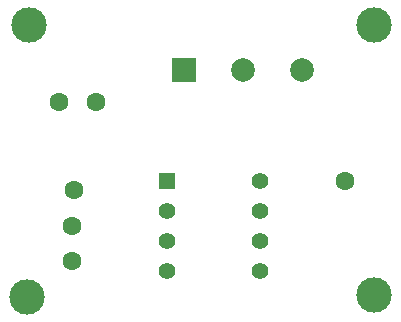
<source format=gtl>
%FSDAX24Y24*%
%MOIN*%
%SFA1B1*%

%IPPOS*%
%ADD10R,0.078740X0.078740*%
%ADD11C,0.078740*%
%ADD12C,0.055120*%
%ADD13R,0.055120X0.055120*%
%ADD14C,0.062990*%
%ADD15C,0.118110*%
%LNpcb_dac_mp-1*%
%LPD*%
G54D10*
X006581Y008900D03*
G54D11*
X008550Y008900D03*
X010518D03*
G54D12*
X006000Y003200D03*
Y004200D03*
Y002200D03*
X009099D03*
Y005200D03*
Y003200D03*
Y004200D03*
G54D13*
X006000Y005200D03*
G54D14*
X011950Y005200D03*
X003650Y007850D03*
X002850Y002550D03*
Y003700D03*
X002900Y004900D03*
X002400Y007850D03*
G54D15*
X012900Y010400D03*
X001400D03*
X012900Y001400D03*
X001350Y001350D03*
M02*
</source>
